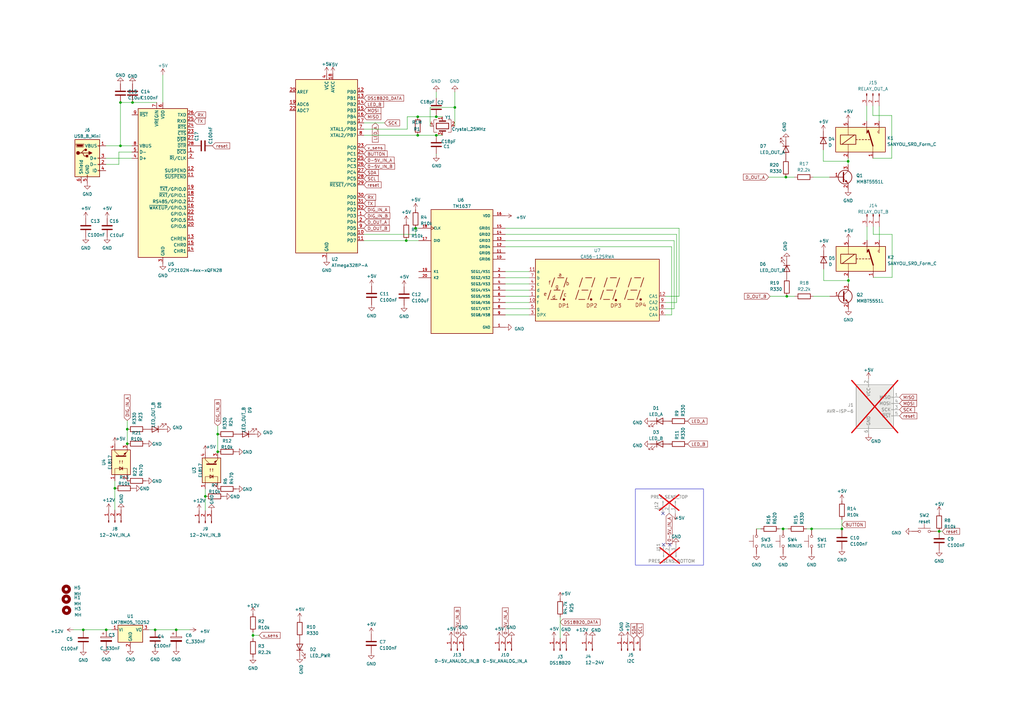
<source format=kicad_sch>
(kicad_sch (version 20230121) (generator eeschema)
  (paper "A3")
  (junction (at 322.326 72.644))
  (junction (at 166.624 98.679))
  (junction (at 63.627 258.318))
  (junction (at 345.313 216.916))
  (junction (at 171.323 47.879))
  (junction (at 347.98 115.062))
  (junction (at 52.197 181.991))
  (junction (at 43.561 258.318))
  (junction (at 89.281 185.293))
  (junction (at 178.943 47.879))
  (junction (at 52.197 176.022))
  (junction (at 49.403 59.817))
  (junction (at 47.117 200.279))
  (junction (at 321.183 216.916))
  (junction (at 103.759 260.604))
  (junction (at 54.356 42.037))
  (junction (at 89.281 178.054))
  (junction (at 84.201 203.581))
  (junction (at 49.403 42.037))
  (junction (at 171.323 55.499))
  (junction (at 72.263 258.318))
  (junction (at 34.163 258.318))
  (junction (at 186.563 44.069))
  (junction (at 178.943 55.499))
  (junction (at 322.707 121.539))
  (junction (at 170.434 93.599))
  (junction (at 385.191 217.932))
  (junction (at 347.853 66.167))
  (junction (at 332.867 216.916))
  (no_connect (at 274.701 223.393))
  (no_connect (at 271.907 210.566))
  (no_connect (at 272.161 223.393))
  (wire (pts (xy 322.326 72.644) (xy 325.882 72.644)))
  (wire (pts (xy 322.707 121.539) (xy 326.009 121.539)))
  (wire (pts (xy 365.887 113.792) (xy 358.14 113.792)))
  (wire (pts (xy 170.434 96.139) (xy 170.434 93.599)))
  (wire (pts (xy 277.495 124.079) (xy 277.495 96.139)))
  (wire (pts (xy 345.313 216.916) (xy 345.313 213.106)))
  (wire (pts (xy 315.1861 72.644) (xy 322.326 72.644)))
  (wire (pts (xy 149.225 50.419) (xy 157.734 50.419)))
  (wire (pts (xy 217.043 129.159) (xy 207.264 129.159)))
  (wire (pts (xy 278.511 121.539) (xy 272.923 121.539)))
  (wire (pts (xy 275.463 101.219) (xy 207.264 101.219)))
  (wire (pts (xy 52.197 176.022) (xy 52.197 181.991)))
  (wire (pts (xy 278.511 93.599) (xy 278.511 121.539)))
  (wire (pts (xy 355.6 92.964) (xy 355.6 98.552)))
  (wire (pts (xy 360.68 92.964) (xy 360.68 98.552)))
  (wire (pts (xy 358.14 96.139) (xy 365.887 96.139)))
  (wire (pts (xy 72.263 258.318) (xy 63.627 258.318)))
  (wire (pts (xy 229.743 253.111) (xy 229.743 261.747)))
  (wire (pts (xy 149.225 55.499) (xy 171.323 55.499)))
  (wire (pts (xy 52.197 172.466) (xy 52.197 176.022)))
  (wire (pts (xy 330.835 216.916) (xy 332.867 216.916)))
  (wire (pts (xy 178.943 40.259) (xy 178.943 37.719)))
  (wire (pts (xy 275.463 129.159) (xy 275.463 101.219)))
  (wire (pts (xy 385.191 217.932) (xy 386.461 217.932)))
  (wire (pts (xy 181.483 55.499) (xy 178.943 55.499)))
  (wire (pts (xy 63.627 258.318) (xy 61.087 258.318)))
  (wire (pts (xy 310.261 216.916) (xy 312.039 216.916)))
  (wire (pts (xy 64.262 42.037) (xy 54.356 42.037)))
  (wire (pts (xy 178.943 63.119) (xy 178.943 63.627)))
  (wire (pts (xy 30.099 258.318) (xy 34.163 258.318)))
  (wire (pts (xy 89.281 174.625) (xy 89.281 178.054)))
  (wire (pts (xy 337.693 61.468) (xy 337.693 66.167)))
  (wire (pts (xy 365.887 96.139) (xy 365.887 113.792)))
  (wire (pts (xy 178.943 47.879) (xy 171.323 47.879)))
  (wire (pts (xy 149.225 98.679) (xy 166.624 98.679)))
  (wire (pts (xy 207.264 96.139) (xy 277.495 96.139)))
  (wire (pts (xy 47.117 200.279) (xy 47.117 209.169)))
  (wire (pts (xy 207.264 98.679) (xy 276.479 98.679)))
  (wire (pts (xy 170.434 93.599) (xy 171.704 93.599)))
  (wire (pts (xy 360.553 43.434) (xy 360.553 49.657)))
  (wire (pts (xy 332.867 216.916) (xy 345.313 216.916)))
  (wire (pts (xy 217.043 121.539) (xy 207.264 121.539)))
  (wire (pts (xy 167.005 52.959) (xy 167.005 47.879)))
  (wire (pts (xy 103.759 260.604) (xy 106.299 260.604)))
  (wire (pts (xy 49.403 59.817) (xy 54.102 59.817)))
  (wire (pts (xy 272.923 129.159) (xy 275.463 129.159)))
  (wire (pts (xy 89.281 178.054) (xy 89.281 185.293)))
  (wire (pts (xy 47.117 197.231) (xy 47.117 200.279)))
  (wire (pts (xy 66.802 30.734) (xy 66.802 42.037)))
  (wire (pts (xy 181.483 47.879) (xy 178.943 47.879)))
  (wire (pts (xy 345.313 217.424) (xy 345.313 216.916)))
  (wire (pts (xy 384.175 217.932) (xy 385.191 217.932)))
  (wire (pts (xy 43.434 59.817) (xy 49.403 59.817)))
  (wire (pts (xy 176.403 44.069) (xy 186.563 44.069)))
  (wire (pts (xy 166.624 98.679) (xy 171.704 98.679)))
  (wire (pts (xy 217.043 126.619) (xy 207.264 126.619)))
  (wire (pts (xy 365.76 47.371) (xy 365.76 64.897)))
  (wire (pts (xy 365.76 64.897) (xy 358.013 64.897)))
  (wire (pts (xy 54.356 42.037) (xy 49.403 42.037)))
  (wire (pts (xy 217.043 124.079) (xy 207.264 124.079)))
  (wire (pts (xy 355.473 43.434) (xy 355.473 49.657)))
  (wire (pts (xy 347.98 115.062) (xy 347.98 113.792)))
  (wire (pts (xy 103.759 259.334) (xy 103.759 260.604)))
  (wire (pts (xy 186.563 44.069) (xy 186.563 37.719)))
  (wire (pts (xy 48.768 67.437) (xy 48.768 62.357)))
  (wire (pts (xy 358.013 47.371) (xy 365.76 47.371)))
  (wire (pts (xy 176.403 51.689) (xy 176.403 44.069)))
  (wire (pts (xy 217.043 111.379) (xy 207.264 111.379)))
  (wire (pts (xy 315.849 121.539) (xy 322.707 121.539)))
  (wire (pts (xy 217.043 116.459) (xy 207.264 116.459)))
  (wire (pts (xy 103.759 260.604) (xy 103.759 261.874)))
  (wire (pts (xy 347.98 116.459) (xy 347.98 115.062)))
  (wire (pts (xy 217.043 118.999) (xy 207.264 118.999)))
  (wire (pts (xy 207.264 93.599) (xy 278.511 93.599)))
  (wire (pts (xy 34.163 258.572) (xy 34.163 258.318)))
  (wire (pts (xy 337.82 110.363) (xy 337.82 115.062)))
  (wire (pts (xy 358.013 43.434) (xy 358.013 47.371)))
  (wire (pts (xy 217.043 113.919) (xy 207.264 113.919)))
  (wire (pts (xy 321.183 216.916) (xy 323.215 216.916)))
  (wire (pts (xy 333.502 72.644) (xy 340.233 72.644)))
  (wire (pts (xy 337.82 115.062) (xy 347.98 115.062)))
  (wire (pts (xy 48.768 62.357) (xy 54.102 62.357)))
  (wire (pts (xy 171.323 47.879) (xy 167.005 47.879)))
  (wire (pts (xy 186.563 51.689) (xy 186.563 44.069)))
  (wire (pts (xy 84.201 203.581) (xy 84.201 209.423)))
  (wire (pts (xy 43.434 67.437) (xy 48.768 67.437)))
  (wire (pts (xy 178.943 55.499) (xy 171.323 55.499)))
  (wire (pts (xy 77.851 258.318) (xy 72.263 258.318)))
  (wire (pts (xy 34.163 258.318) (xy 43.561 258.318)))
  (wire (pts (xy 276.479 98.679) (xy 276.479 126.619)))
  (wire (pts (xy 149.225 96.139) (xy 170.434 96.139)))
  (wire (pts (xy 337.693 66.167) (xy 347.853 66.167)))
  (wire (pts (xy 333.629 121.539) (xy 340.36 121.539)))
  (wire (pts (xy 319.659 216.916) (xy 321.183 216.916)))
  (wire (pts (xy 347.853 66.167) (xy 347.853 64.897)))
  (wire (pts (xy 276.479 126.619) (xy 272.923 126.619)))
  (wire (pts (xy 358.14 92.964) (xy 358.14 96.139)))
  (wire (pts (xy 43.434 64.897) (xy 54.102 64.897)))
  (wire (pts (xy 43.561 258.318) (xy 45.847 258.318)))
  (wire (pts (xy 49.403 42.037) (xy 49.403 59.817)))
  (wire (pts (xy 149.225 52.959) (xy 167.005 52.959)))
  (wire (pts (xy 84.201 200.533) (xy 84.201 203.581)))
  (wire (pts (xy 347.853 67.564) (xy 347.853 66.167)))
  (wire (pts (xy 272.923 124.079) (xy 277.495 124.079)))
  (rectangle (start 260.604 200.533) (end 288.544 231.775))
  (global_label "RX" (shape input) (at 79.502 47.117 0) (property "Intersheetrefs" "${INTERSHEET_REFS}" (effects hide)))
  (global_label "reset" (shape input) (at 149.225 75.819 0) (property "Intersheetrefs" "${INTERSHEET_REFS}" (effects hide)))
  (global_label "SCL" (shape input) (at 262.509 261.747 90) (property "Intersheetrefs" "${INTERSHEET_REFS}" (effects hide)))
  (global_label "MISO" (shape input) (at 149.225 47.879 0) (property "Intersheetrefs" "${INTERSHEET_REFS}" (effects hide)))
  (global_label "BUTTON" (shape input) (at 345.313 215.138 0) (property "Intersheetrefs" "${INTERSHEET_REFS}" (effects hide)))
  (global_label "D_OUT_A" (shape input) (at 149.225 91.059 0) (property "Intersheetrefs" "${INTERSHEET_REFS}" (effects hide)))
  (global_label "SCK" (shape input) (at 157.734 50.419 0) (property "Intersheetrefs" "${INTERSHEET_REFS}" (effects hide)))
  (global_label "reset" (shape input) (at 368.935 170.561 0) (property "Intersheetrefs" "${INTERSHEET_REFS}" (effects hide)))
  (global_label "LED_A" (shape input) (at 153.924 50.419 270) (property "Intersheetrefs" "${INTERSHEET_REFS}" (effects hide)))
  (global_label "BUTTON" (shape input) (at 149.225 63.119 0) (property "Intersheetrefs" "${INTERSHEET_REFS}" (effects hide)))
  (global_label "reset" (shape input) (at 386.461 217.932 0) (property "Intersheetrefs" "${INTERSHEET_REFS}" (effects hide)))
  (global_label "v_sens" (shape input) (at 106.299 260.604 0) (property "Intersheetrefs" "${INTERSHEET_REFS}" (effects hide)))
  (global_label "LED_B" (shape input) (at 149.225 42.799 0) (property "Intersheetrefs" "${INTERSHEET_REFS}" (effects hide)))
  (global_label "DIG_IN_B" (shape input) (at 89.281 174.625 90) (property "Intersheetrefs" "${INTERSHEET_REFS}" (effects hide)))
  (global_label "RX" (shape input) (at 149.225 80.899 0) (property "Intersheetrefs" "${INTERSHEET_REFS}" (effects hide)))
  (global_label "TX" (shape input) (at 149.225 83.439 0) (property "Intersheetrefs" "${INTERSHEET_REFS}" (effects hide)))
  (global_label "DIG_IN_B" (shape input) (at 149.225 88.519 0) (property "Intersheetrefs" "${INTERSHEET_REFS}" (effects hide)))
  (global_label "DIG_IN_A" (shape input) (at 149.225 85.979 0) (property "Intersheetrefs" "${INTERSHEET_REFS}" (effects hide)))
  (global_label "D_OUT_B" (shape input) (at 149.225 93.599 0) (property "Intersheetrefs" "${INTERSHEET_REFS}" (effects hide)))
  (global_label "SCK" (shape input) (at 368.935 168.021 0) (property "Intersheetrefs" "${INTERSHEET_REFS}" (effects hide)))
  (global_label "0-5V_IN_B" (shape input) (at 187.579 261.747 90) (property "Intersheetrefs" "${INTERSHEET_REFS}" (effects hide)))
  (global_label "SCL" (shape input) (at 149.225 73.279 0) (property "Intersheetrefs" "${INTERSHEET_REFS}" (effects hide)))
  (global_label "SDA" (shape input) (at 259.969 261.747 90) (property "Intersheetrefs" "${INTERSHEET_REFS}" (effects hide)))
  (global_label "v_sens" (shape input) (at 149.225 60.579 0) (property "Intersheetrefs" "${INTERSHEET_REFS}" (effects hide)))
  (global_label "MOSI" (shape input) (at 149.225 45.339 0) (property "Intersheetrefs" "${INTERSHEET_REFS}" (effects hide)))
  (global_label "MISO" (shape input) (at 368.935 162.941 0) (property "Intersheetrefs" "${INTERSHEET_REFS}" (effects hide)))
  (global_label "DS18B20_DATA" (shape input) (at 149.225 40.259 0) (property "Intersheetrefs" "${INTERSHEET_REFS}" (effects hide)))
  (global_label "0-5V_IN_A" (shape input) (at 207.264 261.747 90) (property "Intersheetrefs" "${INTERSHEET_REFS}" (effects hide)))
  (global_label "0-5V_IN_A" (shape input) (at 274.447 210.566 270) (property "Intersheetrefs" "${INTERSHEET_REFS}" (effects hide)))
  (global_label "0-5V_IN_A" (shape input) (at 149.225 65.659 0) (property "Intersheetrefs" "${INTERSHEET_REFS}" (effects hide)))
  (global_label "reset" (shape input) (at 87.122 59.817 0) (property "Intersheetrefs" "${INTERSHEET_REFS}" (effects hide)))
  (global_label "DIG_IN_A" (shape input) (at 52.197 172.466 90) (property "Intersheetrefs" "${INTERSHEET_REFS}" (effects hide)))
  (global_label "LED_B" (shape input) (at 282.067 182.118 0) (property "Intersheetrefs" "${INTERSHEET_REFS}" (effects hide)))
  (global_label "D_OUT_B" (shape input) (at 315.849 121.539 180) (property "Intersheetrefs" "${INTERSHEET_REFS}" (effects hide)))
  (global_label "TX" (shape input) (at 79.502 49.657 0) (property "Intersheetrefs" "${INTERSHEET_REFS}" (effects hide)))
  (global_label "MOSI" (shape input) (at 368.935 165.481 0) (property "Intersheetrefs" "${INTERSHEET_REFS}" (effects hide)))
  (global_label "D_OUT_A" (shape input) (at 315.1861 72.644 180) (property "Intersheetrefs" "${INTERSHEET_REFS}" (effects hide)))
  (global_label "DS18B20_DATA" (shape input) (at 229.743 255.143 0) (property "Intersheetrefs" "${INTERSHEET_REFS}" (effects hide)))
  (global_label "SDA" (shape input) (at 149.225 70.739 0) (property "Intersheetrefs" "${INTERSHEET_REFS}" (effects hide)))
  (global_label "LED_A" (shape input) (at 282.067 172.72 0) (property "Intersheetrefs" "${INTERSHEET_REFS}" (effects hide)))
  (global_label "0-5V_IN_B" (shape input) (at 149.225 68.199 0) (property "Intersheetrefs" "${INTERSHEET_REFS}" (effects hide)))
  (symbol (lib_id "power:GND") (at 322.707 106.299 180) (unit 1)
    (property "Reference" "#PWR076" (effects hide))
    (property "Value" "GND" (at 322.072 102.997 90) (effects (justify right)))
  )
  (symbol (lib_id "Device:LED") (at 270.637 172.72 0) (unit 1)
    (property "Reference" "D1" (at 269.0495 167.386 0))
    (property "Value" "LED_A" (at 269.0495 169.926 0))
    (property "Footprint" "LED_SMD:LED_0805_2012Metric" (effects hide))
    (property "LCSC" "C2296" (effects hide))
  )
  (symbol (lib_id "power:+5V") (at 276.987 210.566 180) (unit 1)
    (property "Reference" "#PWR038" (effects hide))
    (property "Value" "+5V" (at 278.765 212.471 0))
  )
  (symbol (lib_id "Connector:Conn_01x03_Pin") (at 274.701 228.473 90) (unit 1) (dnp yes)
    (property "Reference" "J11" (at 270.002 222.758 0) (effects (justify right)))
    (property "Value" "PRES_SENS_BOTTOM" (at 265.811 230.124 90) (effects (justify right)))
    (property "Footprint" "Connector_PinHeader_2.54mm:PinHeader_1x03_P2.54mm_Vertical" (effects hide))
  )
  (symbol (lib_id "power:GND") (at 332.867 227.076 0) (unit 1)
    (property "Reference" "#PWR035" (effects hide))
    (property "Value" "GND" (at 332.867 231.648 0))
  )
  (symbol (lib_id "power:+12V") (at 44.577 209.169 0) (unit 1)
    (property "Reference" "#PWR059" (effects hide))
    (property "Value" "+12V" (at 44.577 205.105 0))
  )
  (symbol (lib_id "power:GND") (at 152.273 267.716 0) (unit 1)
    (property "Reference" "#PWR015" (effects hide))
    (property "Value" "GND" (at 152.273 272.288 0))
  )
  (symbol (lib_id "power:GND") (at 178.943 63.627 0) (unit 1)
    (property "Reference" "#PWR02" (effects hide))
    (property "Value" "GND" (at 179.07 68.0212 0))
  )
  (symbol (lib_id "power:GND") (at 35.814 75.057 0) (unit 1)
    (property "Reference" "#PWR064" (effects hide))
    (property "Value" "GND" (at 35.814 79.629 0))
  )
  (symbol (lib_id "Device:R") (at 329.819 121.539 90) (unit 1)
    (property "Reference" "R18" (at 329.819 116.078 90))
    (property "Value" "R2.2k" (at 329.819 118.618 90))
    (property "Footprint" "Resistor_SMD:R_0603_1608Metric" (effects hide))
    (property "LCSC" "C4190" (effects hide))
  )
  (symbol (lib_id "power:GND") (at 43.942 97.155 0) (unit 1)
    (property "Reference" "#PWR069" (effects hide))
    (property "Value" "GND" (at 43.942 101.727 0))
  )
  (symbol (lib_id "power:GND") (at 91.821 203.581 90) (unit 1)
    (property "Reference" "#PWR058" (effects hide))
    (property "Value" "GND" (at 96.393 203.708 90))
  )
  (symbol (lib_id "Connector:Conn_01x03_Pin") (at 229.743 266.827 90) (unit 1)
    (property "Reference" "J3" (at 229.743 269.367 90))
    (property "Value" "DS18B20" (at 229.743 271.907 90))
    (property "Footprint" "Connector_JST:JST_EH_S3B-EH_1x03_P2.50mm_Horizontal" (effects hide))
  )
  (symbol (lib_id "power:+5V") (at 337.82 102.743 0) (unit 1)
    (property "Reference" "#PWR073" (effects hide))
    (property "Value" "+5V" (at 337.82 98.806 0))
  )
  (symbol (lib_id "power:GND") (at 209.804 261.747 180) (unit 1)
    (property "Reference" "#PWR023" (effects hide))
    (property "Value" "GND" (at 209.677 257.3528 0))
  )
  (symbol (lib_id "Switch:SW_Push") (at 310.261 221.996 90) (unit 1)
    (property "Reference" "SW3" (at 312.039 221.361 90) (effects (justify right)))
    (property "Value" "PLUS" (at 312.039 223.901 90) (effects (justify right)))
    (property "Footprint" "Button_Switch_SMD:SW_Push_1P1T_NO_CK_KSC7xxJ" (effects hide))
    (property "LCSC" "C318884" (effects hide))
  )
  (symbol (lib_id "power:GND") (at 59.817 197.231 90) (unit 1)
    (property "Reference" "#PWR085" (effects hide))
    (property "Value" "GND" (at 64.389 197.358 90))
  )
  (symbol (lib_id "power:+5V") (at 185.039 261.747 0) (unit 1)
    (property "Reference" "#PWR078" (effects hide))
    (property "Value" "+5V" (at 185.039 257.937 0))
  )
  (symbol (lib_id "Device:R") (at 122.936 257.81 180) (unit 1)
    (property "Reference" "R10" (at 125.603 257.175 0) (effects (justify right)))
    (property "Value" "R330" (at 125.603 259.715 0) (effects (justify right)))
    (property "Footprint" "Resistor_SMD:R_0603_1608Metric" (effects hide))
    (property "LCSC" "C23138" (effects hide))
  )
  (symbol (lib_id "power:GND") (at 152.4 124.968 0) (unit 1)
    (property "Reference" "#PWR052" (effects hide))
    (property "Value" "GND" (at 152.4 129.54 0))
  )
  (symbol (lib_id "power:GND") (at 63.627 265.938 0) (unit 1)
    (property "Reference" "#PWR09" (effects hide))
    (property "Value" "GND" (at 63.627 270.51 0))
  )
  (symbol (lib_id "power:+5V") (at 122.936 254 0) (unit 1)
    (property "Reference" "#PWR029" (effects hide))
    (property "Value" "+5V" (at 122.936 249.936 0))
  )
  (symbol (lib_id "Device:C") (at 152.273 263.906 0) (unit 1)
    (property "Reference" "C7" (at 155.575 263.271 0) (effects (justify left)))
    (property "Value" "C100nF" (at 155.575 265.811 0) (effects (justify left)))
    (property "Footprint" "Capacitor_SMD:C_0603_1608Metric" (effects hide))
    (property "LCSC" "C14663" (effects hide))
  )
  (symbol (lib_id "Device:LED") (at 100.711 178.054 180) (unit 1)
    (property "Reference" "D9" (at 102.489 166.878 90) (effects (justify left)))
    (property "Value" "LED_OUT_B" (at 99.949 166.878 90) (effects (justify left)))
    (property "Footprint" "LED_SMD:LED_0805_2012Metric" (effects hide))
    (property "LCSC" "C2296" (effects hide))
  )
  (symbol (lib_id "Transistor_BJT:MMBT5551L") (at 345.44 121.539 0) (unit 1)
    (property "Reference" "Q2" (at 351.282 120.904 0) (effects (justify left)))
    (property "Value" "MMBT5551L" (at 351.282 123.444 0) (effects (justify left)))
    (property "Footprint" "Package_TO_SOT_SMD:SOT-23" (effects hide))
    (property "Datasheet" "www.onsemi.com/pub/Collateral/MMBT5550LT1-D.PDF" (effects hide))
    (property "LCSC" "C2145" (effects hide))
  )
  (symbol (lib_id "Mechanical:MountingHole") (at 27.305 250.317 0) (unit 1)
    (property "Reference" "H3" (at 30.48 249.682 0) (effects (justify left)))
    (property "Value" "MH" (at 30.48 252.222 0) (effects (justify left)))
    (property "Footprint" "MountingHole:MountingHole_3.2mm_M3_DIN965" (effects hide))
  )
  (symbol (lib_id "power:GND") (at 186.563 37.719 180) (unit 1)
    (property "Reference" "#PWR01" (effects hide))
    (property "Value" "GND" (at 186.436 33.3248 0))
  )
  (symbol (lib_id "power:GND") (at 321.183 227.076 0) (unit 1)
    (property "Reference" "#PWR036" (effects hide))
    (property "Value" "GND" (at 321.183 231.648 0))
  )
  (symbol (lib_id "power:+5V") (at 345.313 205.486 0) (unit 1)
    (property "Reference" "#PWR033" (effects hide))
    (property "Value" "+5V" (at 345.313 201.422 0))
  )
  (symbol (lib_id "Relay:SANYOU_SRD_Form_C") (at 352.933 57.277 0) (unit 1)
    (property "Reference" "K1" (at 363.855 56.642 0) (effects (justify left)))
    (property "Value" "SANYOU_SRD_Form_C" (at 363.855 59.182 0) (effects (justify left)))
    (property "Footprint" "Relay_THT:Relay_SPDT_SANYOU_SRD_Series_Form_C" (effects hide))
    (property "Datasheet" "http://www.sanyourelay.ca/public/products/pdf/SRD.pdf" (effects hide))
    (property "LCSC" "C35449" (effects hide))
  )
  (symbol (lib_id "power:+12V") (at 30.099 258.318 90) (unit 1)
    (property "Reference" "#PWR06" (effects hide))
    (property "Value" "+12V" (at 26.035 258.953 90) (effects (justify left)))
  )
  (symbol (lib_id "Device:R") (at 56.007 176.022 270) (unit 1)
    (property "Reference" "R23" (at 57.658 169.037 0) (effects (justify left)))
    (property "Value" "R330" (at 55.118 169.037 0) (effects (justify left)))
    (property "Footprint" "Resistor_SMD:R_0603_1608Metric" (effects hide))
    (property "LCSC" "C23138" (effects hide))
  )
  (symbol (lib_id "Device:R") (at 103.759 255.524 0) (unit 1)
    (property "Reference" "R2" (at 105.791 254.889 0) (effects (justify left)))
    (property "Value" "R10k" (at 105.791 257.429 0) (effects (justify left)))
    (property "Footprint" "Resistor_SMD:R_0603_1608Metric" (effects hide))
    (property "LCSC" "C25804" (effects hide))
  )
  (symbol (lib_id "power:GND") (at 347.98 126.619 0) (unit 1)
    (property "Reference" "#PWR075" (effects hide))
    (property "Value" "GND" (at 347.98 131.191 0))
  )
  (symbol (lib_id "Device:C") (at 43.942 93.345 0) (unit 1)
    (property "Reference" "C16" (at 44.831 90.678 0) (effects (justify left)))
    (property "Value" "C10uF" (at 44.958 96.52 0) (effects (justify left)))
    (property "Footprint" "Capacitor_SMD:C_0805_2012Metric" (effects hide))
    (property "LCSC" "C15850" (effects hide))
  )
  (symbol (lib_id "power:GND") (at 96.901 200.533 90) (unit 1)
    (property "Reference" "#PWR040" (effects hide))
    (property "Value" "GND" (at 101.473 200.66 90))
  )
  (symbol (lib_id "Device:R") (at 56.007 181.991 90) (unit 1)
    (property "Reference" "R21" (at 56.007 177.546 90))
    (property "Value" "R10k" (at 56.007 180.086 90))
    (property "Footprint" "Resistor_SMD:R_0603_1608Metric" (effects hide))
    (property "LCSC" "C25804" (effects hide))
  )
  (symbol (lib_id "power:GND") (at 54.356 34.417 180) (unit 1)
    (property "Reference" "#PWR067" (effects hide))
    (property "Value" "GND" (at 54.356 31.242 0))
  )
  (symbol (lib_id "power:+5V") (at 347.853 49.657 0) (unit 1)
    (property "Reference" "#PWR071" (effects hide))
    (property "Value" "+5V" (at 347.853 45.72 0))
  )
  (symbol (lib_id "power:+5V") (at 204.724 261.747 0) (unit 1)
    (property "Reference" "#PWR022" (effects hide))
    (property "Value" "+5V" (at 204.724 257.937 0))
  )
  (symbol (lib_id "power:+5V") (at 66.802 30.734 0) (unit 1)
    (property "Reference" "#PWR062" (effects hide))
    (property "Value" "+5V" (at 66.802 26.924 0))
  )
  (symbol (lib_id "power:GND") (at 133.985 106.299 0) (unit 1)
    (property "Reference" "#PWR014" (effects hide))
    (property "Value" "GND" (at 133.985 110.871 0))
  )
  (symbol (lib_id "Device:R") (at 103.759 265.684 0) (unit 1)
    (property "Reference" "R3" (at 105.791 265.049 0) (effects (justify left)))
    (property "Value" "R2.2k" (at 105.791 267.589 0) (effects (justify left)))
    (property "Footprint" "Resistor_SMD:R_0603_1608Metric" (effects hide))
    (property "LCSC" "C4190" (effects hide))
  )
  (symbol (lib_id "power:GND") (at 232.283 261.747 180) (unit 1)
    (property "Reference" "#PWR044" (effects hide))
    (property "Value" "GND" (at 232.156 258.191 0))
  )
  (symbol (lib_id "Device:LED") (at 322.326 61.214 270) (unit 1)
    (property "Reference" "D7" (at 311.658 59.944 90) (effects (justify left)))
    (property "Value" "LED_OUT_A" (at 311.658 62.484 90) (effects (justify left)))
    (property "Footprint" "LED_SMD:LED_0805_2012Metric" (effects hide))
    (property "LCSC" "C2296" (effects hide))
  )
  (symbol (lib_id "Device:C") (at 83.312 59.817 90) (unit 1)
    (property "Reference" "C17" (at 80.645 57.912 0) (effects (justify left)))
    (property "Value" "C100nF" (at 86.36 59.182 0) (effects (justify left)))
    (property "Footprint" "Capacitor_SMD:C_0603_1608Metric" (effects hide))
    (property "LCSC" "C14663" (effects hide))
  )
  (symbol (lib_id "Device:LED") (at 63.627 176.022 180) (unit 1)
    (property "Reference" "D8" (at 65.405 164.846 90) (effects (justify left)))
    (property "Value" "LED_OUT_B" (at 62.865 164.846 90) (effects (justify left)))
    (property "Footprint" "LED_SMD:LED_0805_2012Metric" (effects hide))
    (property "LCSC" "C2296" (effects hide))
  )
  (symbol (lib_id "Connector:Conn_01x02_Pin") (at 240.411 266.827 90) (unit 1)
    (property "Reference" "J4" (at 240.03 269.24 90) (effects (justify right)))
    (property "Value" "12-24V" (at 240.03 271.78 90) (effects (justify right)))
    (property "Footprint" "TerminalBlock_4Ucon:TerminalBlock_4Ucon_1x02_P3.50mm_Vertical" (effects hide))
  )
  (symbol (lib_id "power:GND") (at 178.943 37.719 180) (unit 1)
    (property "Reference" "#PWR03" (effects hide))
    (property "Value" "GND" (at 178.816 33.3248 0))
  )
  (symbol (lib_id "Device:R") (at 329.692 72.644 90) (unit 1)
    (property "Reference" "R17" (at 329.692 67.183 90))
    (property "Value" "R2.2k" (at 329.692 69.723 90))
    (property "Footprint" "Resistor_SMD:R_0603_1608Metric" (effects hide))
    (property "LCSC" "C4190" (effects hide))
  )
  (symbol (lib_id "Switch:SW_Push") (at 332.867 221.996 90) (unit 1)
    (property "Reference" "SW1" (at 335.153 221.361 90) (effects (justify right)))
    (property "Value" "SET" (at 335.153 223.901 90) (effects (justify right)))
    (property "Footprint" "Button_Switch_SMD:SW_Push_1P1T_NO_CK_KSC7xxJ" (effects hide))
    (property "LCSC" "C318884" (effects hide))
  )
  (symbol (lib_id "power:+5V") (at 43.942 89.535 0) (unit 1)
    (property "Reference" "#PWR068" (effects hide))
    (property "Value" "+5V" (at 43.942 85.471 0))
  )
  (symbol (lib_id "Device:C_Polarized") (at 43.561 262.128 0) (unit 1)
    (property "Reference" "C3" (at 44.45 260.477 0) (effects (justify left)))
    (property "Value" "C_330nF" (at 41.021 265.938 0) (effects (justify left)))
    (property "Footprint" "Capacitor_SMD:CP_Elec_4x5.4" (effects hide))
    (property "LCSC" "C264238" (effects hide))
  )
  (symbol (lib_id "MCU_Microchip_ATmega:ATmega328P-A") (at 133.985 68.199 0) (unit 1)
    (property "Reference" "U2" (at 135.9409 106.299 0) (effects (justify left)))
    (property "Value" "ATmega328P-A" (at 135.9409 108.839 0) (effects (justify left)))
    (property "Footprint" "Package_QFP:TQFP-32_7x7mm_P0.8mm" (effects hide))
    (property "Datasheet" "http://ww1.microchip.com/downloads/en/DeviceDoc/ATmega328_P%20AVR%20MCU%20with%20picoPower%20Technology%20Data%20Sheet%2040001984A.pdf" (effects hide))
  )
  (symbol (lib_id "Device:R") (at 229.743 249.301 0) (unit 1)
    (property "Reference" "R25" (at 234.442 249.301 90))
    (property "Value" "R4.7k" (at 231.902 249.301 90))
    (property "Footprint" "Resistor_SMD:R_0603_1608Metric" (effects hide))
    (property "LCSC" "C23162" (effects hide))
  )
  (symbol (lib_id "power:+5V") (at 152.4 117.348 0) (unit 1)
    (property "Reference" "#PWR051" (effects hide))
    (property "Value" "+5V" (at 152.4 113.284 0))
  )
  (symbol (lib_id "Device:C") (at 152.4 121.158 0) (unit 1)
    (property "Reference" "C11" (at 155.702 120.523 0) (effects (justify left)))
    (property "Value" "C100nF" (at 155.702 123.063 0) (effects (justify left)))
    (property "Footprint" "Capacitor_SMD:C_0603_1608Metric" (effects hide))
    (property "LCSC" "C14663" (effects hide))
  )
  (symbol (lib_id "Device:C") (at 49.403 38.227 0) (unit 1)
    (property "Reference" "C15" (at 52.451 37.592 0) (effects (justify left)))
    (property "Value" "C10uF" (at 52.451 40.132 0) (effects (justify left)))
    (property "Footprint" "Capacitor_SMD:C_0805_2012Metric" (effects hide))
    (property "LCSC" "C15850" (effects hide))
  )
  (symbol (lib_id "Device:R") (at 327.025 216.916 90) (unit 1)
    (property "Reference" "R15" (at 326.39 215.138 0) (effects (justify left)))
    (property "Value" "R330" (at 328.93 215.138 0) (effects (justify left)))
    (property "Footprint" "Resistor_SMD:R_0603_1608Metric" (effects hide))
    (property "LCSC" "C23138" (effects hide))
  )
  (symbol (lib_id "Connector:Conn_01x03_Pin") (at 358.013 38.354 270) (unit 1)
    (property "Reference" "J15" (at 358.013 33.909 90))
    (property "Value" "RELAY_OUT_A" (at 358.013 36.449 90))
    (property "Footprint" "TerminalBlock_4Ucon:TerminalBlock_4Ucon_1x03_P3.50mm_Vertical" (effects hide))
  )
  (symbol (lib_id "Mechanical:MountingHole") (at 27.178 241.681 0) (unit 1)
    (property "Reference" "H5" (at 30.353 241.046 0) (effects (justify left)))
    (property "Value" "MH" (at 30.353 243.586 0) (effects (justify left)))
    (property "Footprint" "MountingHole:MountingHole_3.2mm_M3_DIN965" (effects hide))
  )
  (symbol (lib_id "power:+5V") (at 229.743 245.491 0) (unit 1)
    (property "Reference" "#PWR046" (effects hide))
    (property "Value" "+5V" (at 229.997 243.459 0) (effects (justify left)))
  )
  (symbol (lib_id "power:+5V") (at 170.434 85.979 0) (unit 1)
    (property "Reference" "#PWR020" (effects hide))
    (property "Value" "+5V" (at 170.434 81.915 0))
  )
  (symbol (lib_id "Device:Crystal_GND24") (at 181.483 51.689 270) (unit 1)
    (property "Reference" "Y1" (at 185.039 48.133 90) (effects (justify right)))
    (property "Value" "Crystal_25MHz" (at 199.263 52.959 90) (effects (justify right)))
    (property "Footprint" "Crystal:Crystal_SMD_3225-4Pin_3.2x2.5mm" (effects hide))
    (property "Datasheet" "https://datasheet.lcsc.com/szlcsc/Hubei-TKD-Elec-SX32Y025000BC1T_C271632.pdf" (effects hide))
    (property "LCSC" "C13738" (effects hide))
  )
  (symbol (lib_id "power:GND") (at 49.657 209.169 180) (unit 1)
    (property "Reference" "#PWR056" (effects hide))
    (property "Value" "GND" (at 49.784 204.597 90))
  )
  (symbol (lib_id "power:+5V") (at 227.203 261.747 0) (unit 1)
    (property "Reference" "#PWR045" (effects hide))
    (property "Value" "+5V" (at 227.203 257.937 0))
  )
  (symbol (lib_id "Connector:Conn_01x03_Pin") (at 187.579 266.827 90) (unit 1)
    (property "Reference" "J13" (at 187.452 268.605 90))
    (property "Value" "0-5V_ANALOG_IN_B" (at 187.452 271.145 90))
    (property "Footprint" "Connector_JST:JST_EH_S3B-EH_1x03_P2.50mm_Horizontal" (effects hide))
  )
  (symbol (lib_id "Isolator:EL817") (at 49.657 189.611 90) (unit 1)
    (property "Reference" "U4" (at 42.545 189.611 0))
    (property "Value" "EL817" (at 45.085 189.611 0))
    (property "Footprint" "Package_DIP:DIP-4_W7.62mm_SMDSocket_SmallPads" (effects hide))
    (property "Datasheet" "http://www.everlight.com/file/ProductFile/EL817.pdf" (effects hide))
    (property "LCSC" "C106900" (effects hide))
  )
  (symbol (lib_id "Device:R") (at 50.927 200.279 90) (unit 1)
    (property "Reference" "R13" (at 50.927 195.834 90))
    (property "Value" "R10k" (at 50.927 198.374 90))
    (property "Footprint" "Resistor_SMD:R_0603_1608Metric" (effects hide))
    (property "LCSC" "C25804" (effects hide))
  )
  (symbol (lib_id "Device:R") (at 166.624 94.869 0) (unit 1)
    (property "Reference" "R5" (at 168.656 94.234 0) (effects (justify left)))
    (property "Value" "R10k" (at 168.656 96.774 0) (effects (justify left)))
    (property "Footprint" "Resistor_SMD:R_0603_1608Metric" (effects hide))
    (property "LCSC" "C25804" (effects hide))
  )
  (symbol (lib_id "Switch:SW_Push") (at 379.095 217.932 0) (unit 1)
    (property "Reference" "SW2" (at 379.095 211.3667 0))
    (property "Value" "reset" (at 379.095 213.9067 0))
    (property "Footprint" "Button_Switch_SMD:SW_Push_1P1T_NO_CK_KSC7xxJ" (effects hide))
    (property "LCSC" "C318884" (effects hide))
  )
  (symbol (lib_id "Device:R") (at 170.434 89.789 0) (unit 1)
    (property "Reference" "R4" (at 172.466 89.154 0) (effects (justify left)))
    (property "Value" "R10k" (at 172.466 91.694 0) (effects (justify left)))
    (property "Footprint" "Resistor_SMD:R_0603_1608Metric" (effects hide))
    (property "LCSC" "C25804" (effects hide))
  )
  (symbol (lib_id "Device:R") (at 278.257 172.72 90) (unit 1)
    (property "Reference" "R9" (at 277.622 170.942 0) (effects (justify left)))
    (property "Value" "R330" (at 280.162 170.942 0) (effects (justify left)))
    (property "Footprint" "Resistor_SMD:R_0603_1608Metric" (effects hide))
    (property "LCSC" "C23138" (effects hide))
  )
  (symbol (lib_id "Regulator_Linear:LM78M05_TO252") (at 53.467 258.318 0) (unit 1)
    (property "Reference" "U1" (at 53.467 252.73 0))
    (property "Value" "LM78M05_TO252" (at 53.467 255.27 0))
    (property "Footprint" "Package_TO_SOT_SMD:TO-252-2" (effects hide))
    (property "Datasheet" "https://www.onsemi.com/pub/Collateral/MC78M00-D.PDF" (effects hide))
    (property "LCSC" "C58069" (effects hide))
  )
  (symbol (lib_id "power:GND") (at 103.759 269.494 0) (unit 1)
    (property "Reference" "#PWR018" (effects hide))
    (property "Value" "GND" (at 103.759 274.066 0))
  )
  (symbol (lib_id "power:GND") (at 356.235 178.181 0) (unit 1)
    (property "Reference" "#PWR043" (effects hide))
    (property "Value" "GND" (at 359.283 180.975 0))
  )
  (symbol (lib_id "power:GND") (at 374.015 217.932 270) (unit 1)
    (property "Reference" "#PWR024" (effects hide))
    (property "Value" "GND" (at 369.697 218.567 90) (effects (justify right)))
  )
  (symbol (lib_id "power:+5V") (at 47.117 181.991 0) (unit 1)
    (property "Reference" "#PWR082" (effects hide))
    (property "Value" "+5V" (at 47.371 179.959 0) (effects (justify left)))
  )
  (symbol (lib_id "Device:C") (at 63.627 262.128 0) (unit 1)
    (property "Reference" "C4" (at 64.643 261.112 0) (effects (justify left)))
    (property "Value" "C100nF" (at 62.992 264.922 0) (effects (justify left)))
    (property "Footprint" "Capacitor_SMD:C_1206_3216Metric" (effects hide))
    (property "LCSC" "C24497" (effects hide))
  )
  (symbol (lib_id "power:+12V") (at 240.411 261.747 0) (unit 1)
    (property "Reference" "#PWR048" (effects hide))
    (property "Value" "+12V" (at 238.633 258.318 0))
  )
  (symbol (lib_id "power:+5V") (at 385.191 210.312 0) (unit 1)
    (property "Reference" "#PWR025" (effects hide))
    (property "Value" "+5V" (at 385.191 206.756 0))
  )
  (symbol (lib_id "Device:C") (at 178.943 44.069 180) (unit 1)
    (property "Reference" "C2" (at 181.991 42.037 0) (effects (justify left)))
    (property "Value" "C18pF" (at 178.435 41.783 0) (effects (justify left)))
    (property "Footprint" "Capacitor_SMD:C_0402_1005Metric" (effects hide))
    (property "LCSC" "C1549" (effects hide))
  )
  (symbol (lib_id "power:GND") (at 345.313 225.044 0) (unit 1)
    (property "Reference" "#PWR034" (effects hide))
    (property "Value" "GND" (at 345.313 229.616 0))
  )
  (symbol (lib_id "Switch:SW_Push") (at 321.183 221.996 90) (unit 1)
    (property "Reference" "SW4" (at 322.961 221.361 90) (effects (justify right)))
    (property "Value" "MINUS" (at 322.961 223.901 90) (effects (justify right)))
    (property "Footprint" "Button_Switch_SMD:SW_Push_1P1T_NO_CK_KSC7xxJ" (effects hide))
    (property "LCSC" "C318884" (effects hide))
  )
  (symbol (lib_id "power:+5V") (at 165.735 117.602 0) (unit 1)
    (property "Reference" "#PWR053" (effects hide))
    (property "Value" "+5V" (at 165.735 113.538 0))
  )
  (symbol (lib_id "Device:R") (at 56.007 197.231 90) (unit 1)
    (property "Reference" "R22" (at 55.372 195.453 0) (effects (justify left)))
    (property "Value" "R470" (at 57.912 195.453 0) (effects (justify left)))
    (property "Footprint" "Resistor_SMD:R_0603_1608Metric" (effects hide))
    (property "LCSC" "C23179" (effects hide))
  )
  (symbol (lib_id "Device:C") (at 54.356 38.227 0) (unit 1)
    (property "Reference" "C14" (at 57.658 37.592 0) (effects (justify left)))
    (property "Value" "C100nF" (at 57.658 40.132 0) (effects (justify left)))
    (property "Footprint" "Capacitor_SMD:C_0603_1608Metric" (effects hide))
    (property "LCSC" "C14663" (effects hide))
  )
  (symbol (lib_id "power:GND") (at 49.403 34.417 180) (unit 1)
    (property "Reference" "#PWR063" (effects hide))
    (property "Value" "GND" (at 49.403 30.861 0))
  )
  (symbol (lib_id "Relay:SANYOU_SRD_Form_C") (at 353.06 106.172 0) (unit 1)
    (property "Reference" "K2" (at 363.982 105.537 0) (effects (justify left)))
    (property "Value" "SANYOU_SRD_Form_C" (at 363.982 108.077 0) (effects (justify left)))
    (property "Footprint" "Relay_THT:Relay_SPDT_SANYOU_SRD_Series_Form_C" (effects hide))
    (property "Datasheet" "http://www.sanyourelay.ca/public/products/pdf/SRD.pdf" (effects hide))
    (property "LCSC" "C35449" (effects hide))
  )
  (symbol (lib_id "power:+5V") (at 35.179 89.535 0) (unit 1)
    (property "Reference" "#PWR065" (effects hide))
    (property "Value" "+5V" (at 35.179 85.471 0))
  )
  (symbol (lib_id "Device:R") (at 93.091 200.533 90) (unit 1)
    (property "Reference" "R6" (at 92.456 198.755 0) (effects (justify left)))
    (property "Value" "R470" (at 94.996 198.755 0) (effects (justify left)))
    (property "Footprint" "Resistor_SMD:R_0603_1608Metric" (effects hide))
    (property "LCSC" "C23179" (effects hide))
  )
  (symbol (lib_id "power:GND") (at 34.163 266.192 0) (unit 1)
    (property "Reference" "#PWR08" (effects hide))
    (property "Value" "GND" (at 34.163 270.764 0))
  )
  (symbol (lib_id "Device:R") (at 278.257 182.118 90) (unit 1)
    (property "Reference" "R11" (at 277.622 180.34 0) (effects (justify left)))
    (property "Value" "R330" (at 280.162 180.34 0) (effects (justify left)))
    (property "Footprint" "Resistor_SMD:R_0603_1608Metric" (effects hide))
    (property "LCSC" "C23138" (effects hide))
  )
  (symbol (lib_id "power:+5V") (at 84.201 185.293 0) (unit 1)
    (property "Reference" "#PWR080" (effects hide))
    (property "Value" "+5V" (at 84.455 183.261 0) (effects (justify left)))
  )
  (symbol (lib_id "Device:R") (at 345.313 209.296 0) (unit 1)
    (property "Reference" "R14" (at 347.345 208.661 0) (effects (justify left)))
    (property "Value" "R10k" (at 347.345 211.201 0) (effects (justify left)))
    (property "Footprint" "Resistor_SMD:R_0603_1608Metric" (effects hide))
    (property "LCSC" "C25804" (effects hide))
  )
  (symbol (lib_id "power:+12V") (at 103.759 251.714 0) (unit 1)
    (property "Reference" "#PWR019" (effects hide))
    (property "Value" "+12V" (at 103.759 248.412 0))
  )
  (symbol (lib_id "Connector:Conn_01x04_Pin") (at 257.429 266.827 90) (unit 1)
    (property "Reference" "J5" (at 258.699 268.605 90))
    (property "Value" "I2C" (at 258.699 271.145 90))
    (property "Footprint" "Connector_JST:JST_EH_S4B-EH_1x04_P2.50mm_Horizontal" (effects hide))
  )
  (symbol (lib_id "Device:C") (at 35.179 93.345 0) (unit 1)
    (property "Reference" "C13" (at 37.084 90.678 0) (effects (justify left)))
    (property "Value" "C100nF" (at 35.814 96.393 0) (effects (justify left)))
    (property "Footprint" "Capacitor_SMD:C_0603_1608Metric" (effects hide))
    (property "LCSC" "C14663" (effects hide))
  )
  (symbol (lib_id "Device:LED") (at 122.936 265.43 90) (unit 1)
    (property "Reference" "D2" (at 127 266.3825 90) (effects (justify right)))
    (property "Value" "LED_PWR" (at 127 268.9225 90) (effects (justify right)))
    (property "Footprint" "LED_SMD:LED_0805_2012Metric" (effects hide))
    (property "LCSC" "C84256" (effects hide))
  )
  (symbol (lib_id "Device:C") (at 165.735 121.412 0) (unit 1)
    (property "Reference" "C12" (at 168.783 120.777 0) (effects (justify left)))
    (property "Value" "C100uF" (at 168.783 123.317 0) (effects (justify left)))
    (property "Footprint" "Capacitor_SMD:C_1206_3216Metric" (effects hide))
    (property "LCSC" "C15008" (effects hide))
  )
  (symbol (lib_id "Connector:Conn_01x03_Pin") (at 84.201 214.503 90) (unit 1)
    (property "Reference" "J9" (at 84.201 216.916 90))
    (property "Value" "12-24V_IN_B" (at 84.201 219.456 90))
    (property "Footprint" "TerminalBlock_4Ucon:TerminalBlock_4Ucon_1x03_P3.50mm_Vertical" (effects hide))
  )
  (symbol (lib_id "power:+5V") (at 207.264 88.519 270) (unit 1)
    (property "Reference" "#PWR049" (effects hide))
    (property "Value" "+5V" (at 211.582 89.154 90) (effects (justify left)))
  )
  (symbol (lib_id "power:+5V") (at 356.235 155.321 0) (unit 1)
    (property "Reference" "#PWR042" (effects hide))
    (property "Value" "+5V" (at 356.235 151.765 0))
  )
  (symbol (lib_id "power:GND") (at 43.561 265.938 0) (unit 1)
    (property "Reference" "#PWR07" (effects hide))
    (property "Value" "GND" (at 43.561 270.51 0))
  )
  (symbol (lib_id "Connector:Conn_01x03_Pin") (at 47.117 214.249 90) (unit 1)
    (property "Reference" "J8" (at 47.117 216.916 90))
    (property "Value" "12-24V_IN_A" (at 47.117 219.456 90))
    (property "Footprint" "TerminalBlock_4Ucon:TerminalBlock_4Ucon_1x03_P3.50mm_Vertical" (effects hide))
  )
  (symbol (lib_id "power:GND") (at 385.191 225.552 0) (unit 1)
    (property "Reference" "#PWR026" (effects hide))
    (property "Value" "GND" (at 385.191 230.124 0))
  )
  (symbol (lib_id "Device:C_Polarized") (at 72.263 262.128 0) (unit 1)
    (property "Reference" "C6" (at 76.073 260.604 0) (effects (justify left)))
    (property "Value" "C_330nF" (at 76.073 263.144 0) (effects (justify left)))
    (property "Footprint" "Capacitor_SMD:CP_Elec_4x5.4" (effects hide))
    (property "LCSC" "C264238" (effects hide))
  )
  (symbol (lib_id "power:GND") (at 67.437 176.022 90) (unit 1)
    (property "Reference" "#PWR086" (effects hide))
    (property "Value" "GND" (at 70.739 175.387 90) (effects (justify right)))
  )
  (symbol (lib_id "power:GND") (at 72.263 265.938 0) (unit 1)
    (property "Reference" "#PWR010" (effects hide))
    (property "Value" "GND" (at 72.263 270.51 0))
  )
  (symbol (lib_id "Device:R") (at 322.707 117.729 0) (unit 1)
    (property "Reference" "R19" (at 315.722 116.078 0) (effects (justify left)))
    (property "Value" "R330" (at 315.722 118.618 0) (effects (justify left)))
    (property "Footprint" "Resistor_SMD:R_0603_1608Metric" (effects hide))
    (property "LCSC" "C23138" (effects hide))
  )
  (symbol (lib_id "Device:LED") (at 270.637 182.118 0) (unit 1)
    (property "Reference" "D3" (at 269.0495 177.292 0))
    (property "Value" "LED_B" (at 269.0495 179.832 0))
    (property "Footprint" "LED_SMD:LED_0805_2012Metric" (effects hide))
    (property "LCSC" "C2296" (effects hide))
  )
  (symbol (lib_id "power:GND") (at 266.827 172.72 270) (unit 1)
    (property "Reference" "#PWR027" (effects hide))
    (property "Value" "GND" (at 263.525 173.355 90) (effects (justify right)))
  )
  (symbol (lib_id "Transistor_BJT:MMBT5551L") (at 345.313 72.644 0) (unit 1)
    (property "Reference" "Q1" (at 351.155 72.009 0) (effects (justify left)))
    (property "Value" "MMBT5551L" (at 351.155 74.549 0) (effects (justify left)))
    (property "Footprint" "Package_TO_SOT_SMD:SOT-23" (effects hide))
    (property "Datasheet" "www.onsemi.com/pub/Collateral/MMBT5550LT1-D.PDF" (effects hide))
    (property "LCSC" "C2145" (effects hide))
  )
  (symbol (lib_id "Device:D") (at 337.693 57.658 270) (unit 1)
    (property "Reference" "D4" (at 339.725 57.023 90) (effects (justify left)))
    (property "Value" "D" (at 339.725 59.563 90) (effects (justify left)))
    (property "Footprint" "Diode_SMD:D_SMA" (effects hide))
    (property "Sim.Device" "D" (effects hide))
    (property "Sim.Pins" "1=K 2=A" (effects hide))
    (property "LCSC" "C22452" (effects hide))
  )
  (symbol (lib_id "Connector:Conn_01x03_Pin") (at 358.14 87.884 270) (unit 1)
    (property "Reference" "J14" (at 358.14 84.328 90))
    (property "Value" "RELAY_OUT_B" (at 358.14 86.868 90))
    (property "Footprint" "TerminalBlock_4Ucon:TerminalBlock_4Ucon_1x03_P3.50mm_Vertical" (effects hide))
  )
  (symbol (lib_id "power:GND") (at 35.179 97.155 0) (unit 1)
    (property "Reference" "#PWR066" (effects hide))
    (property "Value" "GND" (at 35.179 101.727 0))
  )
  (symbol (lib_id "power:GND") (at 54.737 200.279 90) (unit 1)
    (property "Reference" "#PWR083" (effects hide))
    (property "Value" "GND" (at 59.309 200.406 90))
  )
  (symbol (lib_id "power:GND") (at 66.802 108.077 0) (unit 1)
    (property "Reference" "#PWR061" (effects hide))
    (property "Value" "GND" (at 66.802 113.03 0))
  )
  (symbol (lib_id "power:+5V") (at 133.985 30.099 0) (unit 1)
    (property "Reference" "#PWR011" (effects hide))
    (property "Value" "+5V" (at 133.985 26.289 0))
  )
  (symbol (lib_id "power:GND") (at 86.741 209.423 180) (unit 1)
    (property "Reference" "#PWR057" (effects hide))
    (property "Value" "GND" (at 86.868 204.851 90))
  )
  (symbol (lib_id "power:GND") (at 242.951 261.747 180) (unit 1)
    (property "Reference" "#PWR047" (effects hide))
    (property "Value" "GND" (at 244.475 258.445 0))
  )
  (symbol (lib_id "Connector:AVR-ISP-6") (at 358.775 168.021 0) (unit 1) (dnp yes)
    (property "Reference" "J1" (at 350.139 166.116 0) (effects (justify right)))
    (property "Value" "AVR-ISP-6" (at 350.139 168.656 0) (effects (justify right)))
    (property "Footprint" "Connector_IDC:IDC-Header_2x03_P2.54mm_Vertical" (effects hide))
    (property "Datasheet" " ~" (effects hide))
  )
  (symbol (lib_id "power:+5V") (at 136.525 30.099 0) (unit 1)
    (property "Reference" "#PWR012" (effects hide))
    (property "Value" "+5V" (at 136.525 26.543 0))
  )
  (symbol (lib_id "Device:C") (at 178.943 59.309 180) (unit 1)
    (property "Reference" "C1" (at 184.531 60.071 0) (effects (justify left)))
    (property "Value" "C18pF" (at 187.071 58.039 0) (effects (justify left)))
    (property "Footprint" "Capacitor_SMD:C_0402_1005Metric" (effects hide))
    (property "LCSC" "C1549" (effects hide))
  )
  (symbol (lib_id "Display_Character:CA56-12SRWA") (at 244.983 118.999 0) (unit 1)
    (property "Reference" "U7" (at 244.983 102.743 0))
    (property "Value" "CA56-12SRWA" (at 244.983 105.283 0))
    (property "Footprint" "Display_7Segment:CA56-12SRWA" (effects hide))
    (property "Datasheet" "http://www.kingbrightusa.com/images/catalog/SPEC/CA56-12SRWA.pdf" (effects hide))
  )
  (symbol (lib_id "power:GND") (at 59.817 181.991 90) (unit 1)
    (property "Reference" "#PWR084" (effects hide))
    (property "Value" "GND" (at 64.389 182.118 90))
  )
  (symbol (lib_id "power:GND") (at 122.936 269.24 0) (unit 1)
    (property "Reference" "#PWR028" (effects hide))
    (property "Value" "GND" (at 123.571 272.542 90) (effects (justify right)))
  )
  (symbol (lib_id "power:GND") (at 165.735 125.222 0) (unit 1)
    (property "Reference" "#PWR054" (effects hide))
    (property "Value" "GND" (at 165.735 129.794 0))
  )
  (symbol (lib_id "Device:C") (at 345.313 221.234 0) (unit 1)
    (property "Reference" "C10" (at 348.615 220.599 0) (effects (justify left)))
    (property "Value" "C100nF" (at 348.615 223.139 0) (effects (justify left)))
    (property "Footprint" "Capacitor_SMD:C_0603_1608Metric" (effects hide))
    (property "LCSC" "C14663" (effects hide))
  )
  (symbol (lib_id "power:GND") (at 322.326 57.404 180) (unit 1)
    (property "Reference" "#PWR077" (effects hide))
    (property "Value" "GND" (at 321.691 54.102 90) (effects (justify right)))
  )
  (symbol (lib_id "power:GND") (at 266.827 182.118 270) (unit 1)
    (property "Reference" "#PWR030" (effects hide))
    (property "Value" "GND" (at 263.525 182.753 90) (effects (justify right)))
  )
  (symbol (lib_id "Device:R") (at 93.091 185.293 90) (unit 1)
    (property "Reference" "R12" (at 93.091 180.848 90))
    (property "Value" "R10k" (at 93.091 183.388 90))
    (property "Footprint" "Resistor_SMD:R_0603_1608Metric" (effects hide))
    (property "LCSC" "C25804" (effects hide))
  )
  (symbol (lib_id "Isolator:EL817") (at 86.741 192.913 90) (unit 1)
    (property "Reference" "U3" (at 79.629 192.913 0))
    (property "Value" "EL817" (at 82.169 192.913 0))
    (property "Footprint" "Package_DIP:DIP-4_W7.62mm_SMDSocket_SmallPads" (effects hide))
    (property "Datasheet" "http://www.everlight.com/file/ProductFile/EL817.pdf" (effects hide))
    (property "LCSC" "C106900" (effects hide))
  )
  (symbol (lib_id "power:+5V") (at 166.624 91.059 0) (unit 1)
    (property "Reference" "#PWR021" (effects hide))
    (property "Value" "+5V" (at 166.624 86.995 0))
  )
  (symbol (lib_id "power:GND") (at 310.261 227.076 0) (unit 1)
    (property "Reference" "#PWR037" (effects hide))
    (property "Value" "GND" (at 310.261 231.648 0))
  )
  (symbol (lib_id "power:GND") (at 254.889 261.747 180) (unit 1)
    (property "Reference" "#PWR031" (effects hide))
    (property "Value" "GND" (at 254.889 257.048 90))
  )
  (symbol (lib_id "Device:LED") (at 322.707 110.109 270) (unit 1)
    (property "Reference" "D6" (at 311.531 108.331 90) (effects (justify left)))
    (property "Value" "LED_OUT_B" (at 311.531 110.871 90) (effects (justify left)))
    (property "Footprint" "LED_SMD:LED_0805_2012Metric" (effects hide))
    (property "LCSC" "C2296" (effects hide))
  )
  (symbol (lib_id "Device:R") (at 322.326 68.834 0) (unit 1)
    (property "Reference" "R20" (at 315.595 67.691 0) (effects (justify left)))
    (property "Value" "R330" (at 315.595 70.231 0) (effects (justify left)))
    (property "Footprint" "Resistor_SMD:R_0603_1608Metric" (effects hide))
    (property "LCSC" "C23138" (effects hide))
  )
  (symbol (lib_id "power:+5V") (at 337.693 53.848 0) (unit 1)
    (property "Reference" "#PWR072" (effects hide))
    (property "Value" "+5V" (at 337.693 49.911 0))
  )
  (symbol (lib_id "power:+12V") (at 81.661 209.423 0) (unit 1)
    (property "Reference" "#PWR060" (effects hide))
    (property "Value" "+12V" (at 81.661 205.359 0))
  )
  (symbol (lib_id "power:+5V") (at 152.273 260.096 0) (unit 1)
    (property "Reference" "#PWR013" (effects hide))
    (property "Value" "+5V" (at 152.273 256.032 0))
  )
  (symbol (lib_id "power:GND") (at 104.521 178.054 90) (unit 1)
    (property "Reference" "#PWR087" (effects hide))
    (property "Value" "GND" (at 107.823 177.419 90) (effects (justify right)))
  )
  (symbol (lib_id "power:GND") (at 190.119 261.747 180) (unit 1)
    (property "Reference" "#PWR079" (effects hide))
    (property "Value" "GND" (at 189.992 257.3528 0))
  )
  (symbol (lib_id "TM1637:TM1637") (at 189.484 111.379 0) (unit 1)
    (property "Reference" "U6" (at 188.976 82.042 0))
    (property "Value" "TM1637" (at 189.484 84.582 0))
    (property "Footprint" "Package_SO:SOP-20_7.5x12.8mm_P1.27mm" (effects hide))
    (property "MF" "Titan Micro Electronics" (effects hide))
    (property "MAXIMUM_PACKAGE_HEIGHT" "4.31 mm" (effects hide))
    (property "Package" "Package" (effects hide))
    (property "Price" "None" (effects hide))
    (property "Check_prices" "https://www.snapeda.com/parts/TM1637/Titan+Micro+Electronics/view-part/?ref=eda" (effects hide))
    (property "STANDARD" "IPC 7351B" (effects hide))
    (property "PARTREV" "v2.5" (effects hide))
    (property "SnapEDA_Link" "https://www.snapeda.com/parts/TM1637/Titan+Micro+Electronics/view-part/?ref=snap" (effects hide))
    (property "MP" "TM1637" (effects hide))
    (property "Description" "\nLED Drive Control Special Circuit\n" (effects hide))
    (property "Availability" "Not in stock" (effects hide))
    (property "MANUFACTURER" "Titan Micro Electronics" (effects hide))
    (property "LCSC" "C2962580" (effects hide))
  )
  (symbol (lib_id "power:+5V") (at 257.429 261.747 0) (unit 1)
    (property "Reference" "#PWR032" (effects hide))
    (property "Value" "+5V" (at 257.429 257.175 90))
  )
  (symbol (lib_id "Device:C") (at 34.163 262.382 0) (unit 1)
    (property "Reference" "C5" (at 27.178 262.128 0) (effects (justify left)))
    (property "Value" "C100nF" (at 24.892 266.065 0) (effects (justify left)))
    (property "Footprint" "Capacitor_SMD:C_1206_3216Metric" (effects hide))
    (property "LCSC" "C24497" (effects hide))
  )
  (symbol (lib_id "power:GND") (at 347.853 77.724 0) (unit 1)
    (property "Reference" "#PWR070" (effects hide))
    (property "Value" "GND" (at 347.853 82.296 0))
  )
  (symbol (lib_id "Connector:USB_B_Mini") (at 35.814 64.897 0) (unit 1)
    (property "Reference" "J6" (at 35.814 53.34 0))
    (property "Value" "USB_B_Mini" (at 35.814 55.88 0))
    (property "Footprint" "Connector_USB:USB_Mini-B_Tensility_54-00023_Vertical" (effects hide))
  )
  (symbol (lib_id "Device:R") (at 171.323 51.689 180) (unit 1)
    (property "Reference" "R1" (at 172.339 52.959 0) (effects (justify left)))
    (property "Value" "R1M" (at 173.101 50.165 0) (effects (justify left)))
    (property "Footprint" "Resistor_SMD:R_0603_1608Metric" (effects hide))
    (property "LCSC" "C22935" (effects hide))
  )
  (symbol (lib_id "power:+5V") (at 77.851 258.318 270) (unit 1)
    (property "Reference" "#PWR05" (effects hide))
    (property "Value" "+5V" (at 81.915 258.953 90) (effects (justify left)))
  )
  (symbol (lib_id "Connector:Conn_01x03_Pin") (at 207.264 266.827 90) (unit 1)
    (property "Reference" "J10" (at 207.137 268.605 90))
    (property "Value" "0-5V_ANALOG_IN_A" (at 207.137 271.145 90))
    (property "Footprint" "Connector_JST:JST_EH_S3B-EH_1x03_P2.50mm_Horizontal" (effects hide))
  )
  (symbol (lib_id "Device:D") (at 337.82 106.553 270) (unit 1)
    (property "Reference" "D5" (at 339.852 105.918 90) (effects (justify left)))
    (property "Value" "D" (at 339.852 108.458 90) (effects (justify left)))
    (property "Footprint" "Diode_SMD:D_SMA" (effects hide))
    (property "Sim.Device" "D" (effects hide))
    (property "Sim.Pins" "1=K 2=A" (effects hide))
    (property "LCSC" "C22452" (effects hide))
  )
  (symbol (lib_id "Device:R") (at 315.849 216.916 90) (unit 1)
    (property "Reference" "R16" (at 315.214 215.138 0) (effects (justify left)))
    (property "Value" "R620" (at 317.754 215.138 0) (effects (justify left)))
    (property "Footprint" "Resistor_SMD:R_0603_1608Metric" (effects hide))
    (property "LCSC" "C4260" (effects hide))
  )
  (symbol (lib_id "Device:R") (at 88.011 203.581 90) (unit 1)
    (property "Reference" "R7" (at 88.011 199.136 90))
    (property "Value" "R10k" (at 88.011 201.676 90))
    (property "Footprint" "Resistor_SMD:R_0603_1608Metric" (effects hide))
    (property "LCSC" "C25804" (effects hide))
  )
  (symbol (lib_id "power:GND") (at 96.901 185.293 90) (unit 1)
    (property "Reference" "#PWR081" (effects hide))
    (property "Value" "GND" (at 101.473 185.42 90))
  )
  (symbol (lib_id "Mechanical:MountingHole") (at 27.178 245.745 0) (unit 1)
    (property "Reference" "H1" (at 30.353 245.11 0) (effects (justify left)))
    (property "Value" "MH" (at 30.353 247.65 0) (effects (justify left)))
    (property "Footprint" "MountingHole:MountingHole_3.2mm_M3_DIN965" (effects hide))
  )
  (symbol (lib_id "power:GND") (at 53.467 265.938 0) (unit 1)
    (property "Reference" "#PWR04" (effects hide))
    (property "Value" "GND" (at 53.467 270.51 0))
  )
  (symbol (lib_id "Device:R") (at 93.091 178.054 270) (unit 1)
    (property "Reference" "R24" (at 94.742 171.069 0) (effects (justify left)))
    (property "Value" "R330" (at 92.202 171.069 0) (effects (justify left)))
    (property "Footprint" "Resistor_SMD:R_0603_1608Metric" (effects hide))
    (property "LCSC" "C23138" (effects hide))
  )
  (symbol (lib_id "Device:R") (at 385.191 214.122 0) (unit 1)
    (property "Reference" "R8" (at 387.223 213.487 0) (effects (justify left)))
    (property "Value" "R10k" (at 387.223 216.027 0) (effects (justify left)))
    (property "Footprint" "Resistor_SMD:R_0603_1608Metric" (effects hide))
    (property "LCSC" "C25804" (effects hide))
  )
  (symbol (lib_id "Interface_USB:CP2102N-Axx-xQFN28") (at 66.802 75.057 0) (unit 1)
    (property "Reference" "U5" (at 68.7579 108.331 0) (effects (justify left)))
    (property "Value" "CP2102N-Axx-xQFN28" (at 68.7579 110.871 0) (effects (justify left)))
    (property "Footprint" "Package_DFN_QFN:QFN-28-1EP_5x5mm_P0.5mm_EP3.35x3.35mm" (effects hide))
    (property "Datasheet" "https://www.silabs.com/documents/public/data-sheets/cp2102n-datasheet.pdf" (effects hide))
    (property "LCSC" "C6568" (effects hide))
  )
  (symbol (lib_id "power:GND") (at 277.241 223.393 180) (unit 1)
    (property "Reference" "#PWR039" (effects hide))
    (property "Value" "GND" (at 277.368 220.091 0))
  )
  (symbol (lib_id "power:+5V") (at 347.98 98.552 0) (unit 1)
    (property "Reference" "#PWR074" (effects hide))
    (property "Value" "+5V" (at 347.98 94.615 0))
  )
  (symbol (lib_id "Connector:Conn_01x03_Pin") (at 274.447 205.486 270) (unit 1) (dnp yes)
    (property "Reference" "J12" (at 269.24 207.518 0))
    (property "Value" "PRES_SENS_TOP" (at 274.447 203.835 90))
    (property "Footprint" "Connector_PinHeader_2.54mm:PinHeader_1x03_P2.54mm_Vertical" (effects hide))
  )
  (symbol (lib_id "Device:C") (at 385.191 221.742 0) (unit 1)
    (property "Reference" "C9" (at 388.493 221.107 0) (effects (justify left)))
    (property "Value" "C100nF" (at 388.493 223.647 0) (effects (justify left)))
    (property "Footprint" "Capacitor_SMD:C_0603_1608Metric" (effects hide))
    (property "LCSC" "C14663" (effects hide))
  )
  (symbol (lib_id "power:GND") (at 207.264 134.239 90) (unit 1)
    (property "Reference" "#PWR050" (effects hide))
    (property "Value" "GND" (at 210.947 134.874 90) (effects (justify right)))
  )
)
</source>
